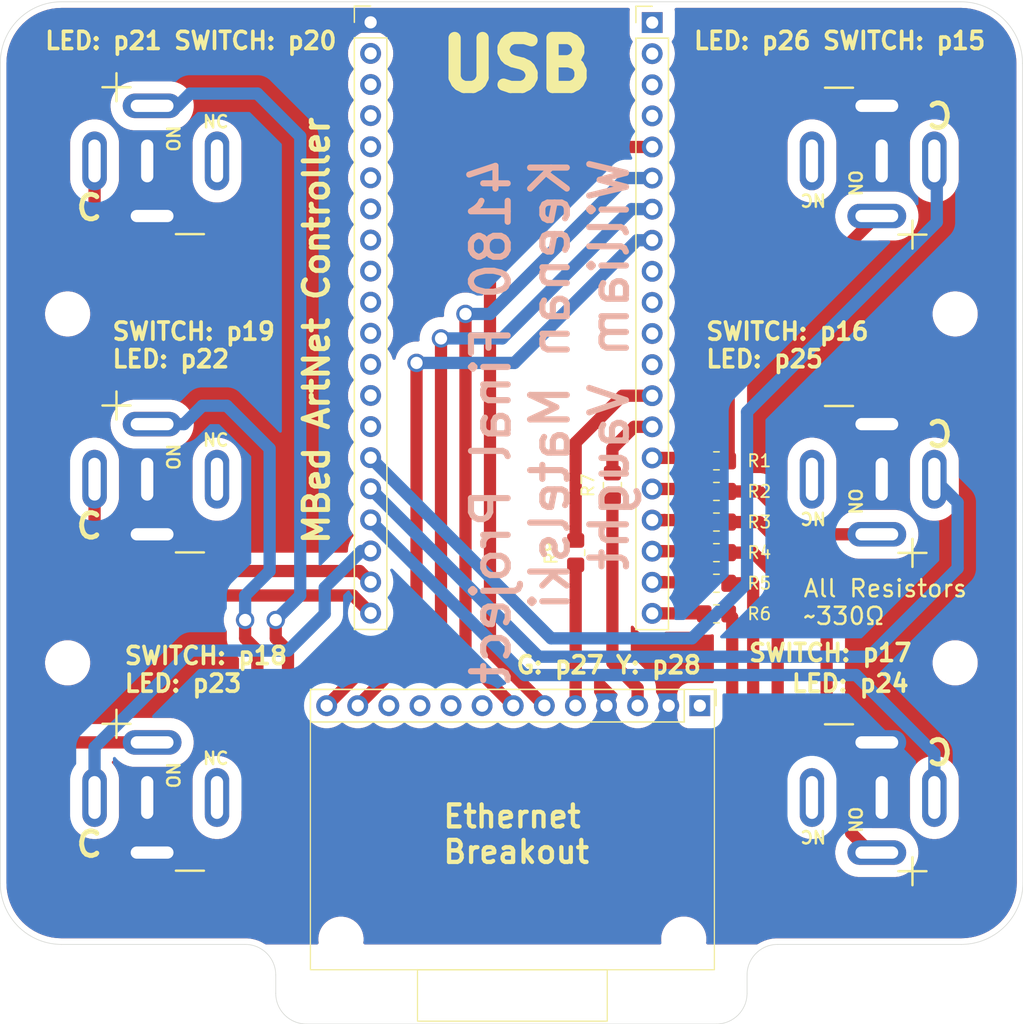
<source format=kicad_pcb>
(kicad_pcb (version 20240108) (generator "pcbnew") (generator_version "8.0")
  (layers (0 "F.Cu" signal) (31 "B.Cu" signal) (34 "B.Paste" user) (35 "F.Paste" user) (36 "B.SilkS" user "B.Silkscreen") (37 "F.SilkS" user "F.Silkscreen") (38 "B.Mask" user) (39 "F.Mask" user) (44 "Edge.Cuts" user))
  (net 0 "")
  (net 3 "Net-(LPC1-sck)")
  (net 4 "Net-(U4-C)")
  (net 5 "Net-(LPC1-mosi-Pad5)")
  (net 6 "Net-(LPC1-tx{slash}sda)")
  (net 7 "Net-(LPC1-scl{slash}rx)")
  (net 8 "Net-(LPC1-RD-)")
  (net 9 "Net-(LPC1-miso-Pad6)")
  (net 10 "Net-(LPC1-miso-Pad12)")
  (net 11 "Net-(LPC1-RD+)")
  (net 12 "Net-(LPC1-TD-)")
  (net 13 "Net-(LPC1-rx)")
  (net 14 "Net-(U1-C)")
  (net 18 "Net-(U5-C)")
  (net 19 "GND")
  (net 20 "Net-(LPC1-Pad8)")
  (net 24 "Net-(LPC1-TD+)")
  (net 25 "Net-(U6-C)")
  (net 27 "Net-(U3-C)")
  (net 29 "Net-(LPC1-sda{slash}tx)")
  (net 31 "Net-(LPC1-tx{slash}sck)")
  (net 32 "Net-(LPC1-rx{slash}scl)")
  (net 33 "Net-(LPC1-mosi-Pad11)")
  (net 34 "Net-(U2-+)")
  (net 35 "Net-(U3-+)")
  (net 36 "Net-(U4-+)")
  (net 37 "Net-(U5-+)")
  (net 38 "Net-(U6-+)")
  (net 39 "Net-(U1-+)")
  (net 51 "Net-(LPC1-Pad24)")
  (net 52 "Net-(LPC1-Pad22)")
  (net 53 "Net-(LPC1-Pad21)")
  (net 54 "Net-(LPC1-Pad25)")
  (net 55 "Net-(LPC1-Pad26)")
  (net 56 "Net-(LPC1-Pad23)")
  (net 57 "Net-(U2-C)")
  (net 58 "Net-(U7-G+)")
  (net 59 "Net-(U7-Y+)")
  (footprint "4180 Library:LED Switch" (layer "F.Cu") (at 32.5 65.5)
    (property "Reference" "U5" (hide yes))
    (property "Value" "~" (hide yes))
    (fp_text user "C" (at -7 5 0) (layer "F.SilkS") (effects (font (size 2 2) (thickness 0.4) (bold yes)) (justify left bottom)))
    (fp_text user "+" (at -5.5 -4.5 0) (layer "F.SilkS") (effects (font (size 3 3) (thickness 0.2)) (justify left bottom)))
    (fp_text user "NC" (at 3.440189 -2.612191 0) (layer "F.SilkS") (effects (font (thickness 0.2) (bold yes)) (justify left bottom)))
    (fp_text user "-" (at 0.5 7.5 0) (layer "F.SilkS") (effects (font (size 3 3) (thickness 0.2)) (justify left bottom)))
    (fp_text user "NO" (at 0.5 -3 -90) (layer "F.SilkS") (effects (font (thickness 0.2) (bold yes)) (justify left bottom)))
    (pad "1" thru_hole oval (at -5.3 0) (size 2 4.8) (drill oval 1 3.5) (layers "*.Cu" "*.Mask") (net 18 "Net-(U5-C)"))
    (pad "2" thru_hole oval (at -1 0) (size 2 4.8) (drill oval 1 3.5) (layers "*.Cu" "*.Mask") (net 19 "GND"))
    (pad "3" thru_hole oval (at 4.7 0) (size 2 4.8) (drill oval 1 3.5) (layers "*.Cu" "*.Mask"))
    (pad "4" thru_hole oval (at -0.6 4.5 270) (size 2 4.8) (drill oval 1 3.5) (layers "*.Cu" "*.Mask") (net 19 "GND"))
    (pad "5" thru_hole oval (at -0.6 -4.5 270) (size 2 4.8) (drill oval 1 3.5) (layers "*.Cu" "*.Mask") (net 37 "Net-(U5-+)"))
  )
  (footprint "4180 Library:LPC1768" (layer "F.Cu") (at 63.75 52.88)
    (property "Reference" "LPC1" (hide yes))
    (property "Value" "LPC1768" (hide yes))
    (fp_line (start -15.33 -26.03) (end -14 -26.03) (stroke (width 0.12)) (layer "F.SilkS"))
    (fp_line (start -15.33 -24.7) (end -15.33 -26.03) (stroke (width 0.12)) (layer "F.SilkS"))
    (fp_line (start -15.33 -23.43) (end -15.33 24.89) (stroke (width 0.12)) (layer "F.SilkS"))
    (fp_line (start -15.33 -23.43) (end -12.67 -23.43) (stroke (width 0.12)) (layer "F.SilkS"))
    (fp_line (start -15.33 24.89) (end -12.67 24.89) (stroke (width 0.12)) (layer "F.SilkS"))
    (fp_line (start -12.67 -23.43) (end -12.67 24.89) (stroke (width 0.12)) (layer "F.SilkS"))
    (fp_line (start 7.67 -26.01) (end 9 -26.01) (stroke (width 0.12)) (layer "F.SilkS"))
    (fp_line (start 7.67 -24.68) (end 7.67 -26.01) (stroke (width 0.12)) (layer "F.SilkS"))
    (fp_line (start 7.67 -23.41) (end 7.67 24.91) (stroke (width 0.12)) (layer "F.SilkS"))
    (fp_line (start 7.67 -23.41) (end 10.33 -23.41) (stroke (width 0.12)) (layer "F.SilkS"))
    (fp_line (start 7.67 24.91) (end 10.33 24.91) (stroke (width 0.12)) (layer "F.SilkS"))
    (fp_line (start 10.33 -23.41) (end 10.33 24.91) (stroke (width 0.12)) (layer "F.SilkS"))
    (fp_text user "USB" (at -8.75 -18.88 0) (layer "F.SilkS") (effects (font (size 4 4) (thickness 1) (bold yes)) (justify left bottom)))
    (pad "1" thru_hole rect (at -14 -24.7) (size 1.7 1.7) (drill 1) (layers "*.Cu" "*.Mask") (net 19 "GND"))
    (pad "2" thru_hole oval (at -14 -22.16) (size 1.7 1.7) (drill 1) (layers "*.Cu" "*.Mask"))
    (pad "3" thru_hole oval (at -14 -19.62) (size 1.7 1.7) (drill 1) (layers "*.Cu" "*.Mask"))
    (pad "4" thru_hole oval (at -14 -17.08) (size 1.7 1.7) (drill 1) (layers "*.Cu" "*.Mask"))
    (pad "5" thru_hole oval (at -14 -14.54) (size 1.7 1.7) (drill 1) (layers "*.Cu" "*.Mask") (net 5 "Net-(LPC1-mosi-Pad5)"))
    (pad "6" thru_hole oval (at -14 -12) (size 1.7 1.7) (drill 1) (layers "*.Cu" "*.Mask") (net 9 "Net-(LPC1-miso-Pad6)"))
    (pad "7" thru_hole oval (at -14 -9.46) (size 1.7 1.7) (drill 1) (layers "*.Cu" "*.Mask") (net 3 "Net-(LPC1-sck)"))
    (pad "8" thru_hole oval (at -14 -6.92) (size 1.7 1.7) (drill 1) (layers "*.Cu" "*.Mask") (net 20 "Net-(LPC1-Pad8)"))
    (pad "9" thru_hole oval (at -14 -4.38) (size 1.7 1.7) (drill 1) (layers "*.Cu" "*.Mask") (net 6 "Net-(LPC1-tx{slash}sda)"))
    (pad "10" thru_hole oval (at -14 -1.84) (size 1.7 1.7) (drill 1) (layers "*.Cu" "*.Mask") (net 32 "Net-(LPC1-rx{slash}scl)"))
    (pad "11" thru_hole oval (at -14 0.7) (size 1.7 1.7) (drill 1) (layers "*.Cu" "*.Mask") (net 33 "Net-(LPC1-mosi-Pad11)"))
    (pad "12" thru_hole oval (at -14 3.24) (size 1.7 1.7) (drill 1) (layers "*.Cu" "*.Mask") (net 10 "Net-(LPC1-miso-Pad12)"))
    (pad "13" thru_hole oval (at -14 5.78) (size 1.7 1.7) (drill 1) (layers "*.Cu" "*.Mask") (net 31 "Net-(LPC1-tx{slash}sck)"))
    (pad "14" thru_hole oval (at -14 8.32) (size 1.7 1.7) (drill 1) (layers "*.Cu" "*.Mask") (net 13 "Net-(LPC1-rx)"))
    (pad "15" thru_hole oval (at -14 10.86) (size 1.7 1.7) (drill 1) (layers "*.Cu" "*.Mask") (net 14 "Net-(U1-C)"))
    (pad "16" thru_hole oval (at -14 13.4) (size 1.7 1.7) (drill 1) (layers "*.Cu" "*.Mask") (net 57 "Net-(U2-C)"))
    (pad "17" thru_hole oval (at -14 15.94) (size 1.7 1.7) (drill 1) (layers "*.Cu" "*.Mask") (net 27 "Net-(U3-C)"))
    (pad "18" thru_hole oval (at -14 18.48) (size 1.7 1.7) (drill 1) (layers "*.Cu" "*.Mask") (net 4 "Net-(U4-C)"))
    (pad "19" thru_hole oval (at -14 21.02) (size 1.7 1.7) (drill 1) (layers "*.Cu" "*.Mask") (net 18 "Net-(U5-C)"))
    (pad "20" thru_hole oval (at -14 23.56) (size 1.7 1.7) (drill 1) (layers "*.Cu" "*.Mask") (net 25 "Net-(U6-C)"))
    (pad "21" thru_hole oval (at 9 23.58) (size 1.7 1.7) (drill 1) (layers "*.Cu" "*.Mask") (net 53 "Net-(LPC1-Pad21)"))
    (pad "22" thru_hole oval (at 9 21.04) (size 1.7 1.7) (drill 1) (layers "*.Cu" "*.Mask") (net 52 "Net-(LPC1-Pad22)"))
    (pad "23" thru_hole oval (at 9 18.5) (size 1.7 1.7) (drill 1) (layers "*.Cu" "*.Mask") (net 56 "Net-(LPC1-Pad23)"))
    (pad "24" thru_hole oval (at 9 15.96) (size 1.7 1.7) (drill 1) (layers "*.Cu" "*.Mask") (net 51 "Net-(LPC1-Pad24)"))
    (pad "25" thru_hole oval (at 9 13.42) (size 1.7 1.7) (drill 1) (layers "*.Cu" "*.Mask") (net 54 "Net-(LPC1-Pad25)"))
    (pad "26" thru_hole oval (at 9 10.88) (size 1.7 1.7) (drill 1) (layers "*.Cu" "*.Mask") (net 55 "Net-(LPC1-Pad26)"))
    (pad "27" thru_hole oval (at 9 8.34) (size 1.7 1.7) (drill 1) (layers "*.Cu" "*.Mask") (net 7 "Net-(LPC1-scl{slash}rx)"))
    (pad "28" thru_hole oval (at 9 5.8) (size 1.7 1.7) (drill 1) (layers "*.Cu" "*.Mask") (net 29 "Net-(LPC1-sda{slash}tx)"))
    (pad "29" thru_hole oval (at 9 3.26) (size 1.7 1.7) (drill 1) (layers "*.Cu" "*.Mask"))
    (pad "30" thru_hole oval (at 9 0.72) (size 1.7 1.7) (drill 1) (layers "*.Cu" "*.Mask"))
    (pad "31" thru_hole oval (at 9 -1.82) (size 1.7 1.7) (drill 1) (layers "*.Cu" "*.Mask"))
    (pad "32" thru_hole oval (at 9 -4.36) (size 1.7 1.7) (drill 1) (layers "*.Cu" "*.Mask"))
    (pad "33" thru_hole oval (at 9 -6.9) (size 1.7 1.7) (drill 1) (layers "*.Cu" "*.Mask") (net 24 "Net-(LPC1-TD+)"))
    (pad "34" thru_hole oval (at 9 -9.44) (size 1.7 1.7) (drill 1) (layers "*.Cu" "*.Mask") (net 12 "Net-(LPC1-TD-)"))
    (pad "35" thru_hole oval (at 9 -11.98) (size 1.7 1.7) (drill 1) (layers "*.Cu" "*.Mask") (net 11 "Net-(LPC1-RD+)"))
    (pad "36" thru_hole oval (at 9 -14.52) (size 1.7 1.7) (drill 1) (layers "*.Cu" "*.Mask") (net 8 "Net-(LPC1-RD-)"))
    (pad "37" thru_hole oval (at 9 -17.06) (size 1.7 1.7) (drill 1) (layers "*.Cu" "*.Mask"))
    (pad "38" thru_hole oval (at 9 -19.6) (size 1.7 1.7) (drill 1) (layers "*.Cu" "*.Mask"))
    (pad "39" thru_hole oval (at 9 -22.14) (size 1.7 1.7) (drill 1) (layers "*.Cu" "*.Mask"))
    (pad "40" thru_hole rect (at 9 -24.68) (size 1.7 1.7) (drill 1) (layers "*.Cu" "*.Mask"))
  )
  (footprint "Resistor_SMD:R_0805_2012Metric_Pad1.20x1.40mm_HandSolder" (layer "F.Cu") (at 69.5 66 -90)
    (property "Reference" "R7" (at 0 2 90) (layer "F.SilkS"))
    (property "Value" "R_US" (hide yes))
    (fp_line (start -0.227064 0.735) (end 0.227064 0.735) (stroke (width 0.12)) (layer "F.SilkS"))
    (fp_line (start -0.227064 -0.735) (end 0.227064 -0.735) (stroke (width 0.12)) (layer "F.SilkS"))
    (pad "1" smd roundrect (at -1 0 270) (size 1.2 1.4) (layers "F.Cu" "F.Paste" "F.Mask") (roundrect_rratio 0.2083333333) (net 7 "Net-(LPC1-scl{slash}rx)"))
    (pad "2" smd roundrect (at 1 0 270) (size 1.2 1.4) (layers "F.Cu" "F.Paste" "F.Mask") (roundrect_rratio 0.2083333333) (net 58 "Net-(U7-G+)"))
  )
  (footprint "4180 Library:LED Switch" (layer "F.Cu") (at 90.5 91.5 180)
    (property "Reference" "U3" (hide yes))
    (property "Value" "~" (hide yes))
    (fp_text user "NC" (at 3.440189 -2.612191 180) (layer "F.SilkS") (effects (font (thickness 0.2) (bold yes)) (justify left bottom)))
    (fp_text user "+" (at -5.5 -4.5 180) (layer "F.SilkS") (effects (font (size 3 3) (thickness 0.2)) (justify left bottom)))
    (fp_text user "NO" (at 0.5 -3 90) (layer "F.SilkS") (effects (font (thickness 0.2) (bold yes)) (justify left bottom)))
    (fp_text user "-" (at 0.5 7.5 180) (layer "F.SilkS") (effects (font (size 3 3) (thickness 0.2)) (justify left bottom)))
    (fp_text user "C" (at -7 5 180) (layer "F.SilkS") (effects (font (size 2 2) (thickness 0.4) (bold yes)) (justify left bottom)))
    (pad "1" thru_hole oval (at -5.3 0 180) (size 2 4.8) (drill oval 1 3.5) (layers "*.Cu" "*.Mask") (net 27 "Net-(U3-C)"))
    (pad "2" thru_hole oval (at -1 0 180) (size 2 4.8) (drill oval 1 3.5) (layers "*.Cu" "*.Mask") (net 19 "GND"))
    (pad "3" thru_hole oval (at 4.7 0 180) (size 2 4.8) (drill oval 1 3.5) (layers "*.Cu" "*.Mask"))
    (pad "4" thru_hole oval (at -0.6 4.5 90) (size 2 4.8) (drill oval 1 3.5) (layers "*.Cu" "*.Mask") (net 19 "GND"))
    (pad "5" thru_hole oval (at -0.6 -4.5 90) (size 2 4.8) (drill oval 1 3.5) (layers "*.Cu" "*.Mask") (net 35 "Net-(U3-+)"))
  )
  (footprint "MountingHole:MountingHole_3.2mm_M3" (layer "F.Cu") (at 25 52)
    (property "Reference" "REF**" (hide yes))
    (property "Value" "MountingHole_3.2mm_M3" (hide yes))
    (pad "" np_thru_hole circle (at 0 0) (size 3.2 3.2) (drill 3.2) (layers "*.Cu" "*.Mask"))
  )
  (footprint "Resistor_SMD:R_0805_2012Metric_Pad1.20x1.40mm_HandSolder" (layer "F.Cu") (at 78 71.5)
    (property "Reference" "R4" (at 3.5 0 0) (layer "F.SilkS"))
    (property "Value" "300" (hide yes))
    (fp_line (start -0.227064 -0.735) (end 0.227064 -0.735) (stroke (width 0.12)) (layer "F.SilkS"))
    (fp_line (start -0.227064 0.735) (end 0.227064 0.735) (stroke (width 0.12)) (layer "F.SilkS"))
    (pad "1" smd roundrect (at -1 0) (size 1.2 1.4) (layers "F.Cu" "F.Paste" "F.Mask") (roundrect_rratio 0.2083333333) (net 56 "Net-(LPC1-Pad23)"))
    (pad "2" smd roundrect (at 1 0) (size 1.2 1.4) (layers "F.Cu" "F.Paste" "F.Mask") (roundrect_rratio 0.2083333333) (net 36 "Net-(U4-+)"))
  )
  (footprint "MountingHole:MountingHole_3.2mm_M3" (layer "F.Cu") (at 25 80.5)
    (property "Reference" "REF**" (hide yes))
    (property "Value" "MountingHole_3.2mm_M3" (hide yes))
    (pad "" np_thru_hole circle (at 0 0) (size 3.2 3.2) (drill 3.2) (layers "*.Cu" "*.Mask"))
  )
  (footprint "Resistor_SMD:R_0805_2012Metric_Pad1.20x1.40mm_HandSolder" (layer "F.Cu") (at 78 66.5)
    (property "Reference" "R2" (at 3.5 0 0) (layer "F.SilkS"))
    (property "Value" "300" (hide yes))
    (fp_line (start -0.227064 -0.735) (end 0.227064 -0.735) (stroke (width 0.12)) (layer "F.SilkS"))
    (fp_line (start -0.227064 0.735) (end 0.227064 0.735) (stroke (width 0.12)) (layer "F.SilkS"))
    (pad "1" smd roundrect (at -1 0) (size 1.2 1.4) (layers "F.Cu" "F.Paste" "F.Mask") (roundrect_rratio 0.2083333333) (net 54 "Net-(LPC1-Pad25)"))
    (pad "2" smd roundrect (at 1 0) (size 1.2 1.4) (layers "F.Cu" "F.Paste" "F.Mask") (roundrect_rratio 0.2083333333) (net 34 "Net-(U2-+)"))
  )
  (footprint "Connector_PinHeader_2.54mm:PinHeader_1x13_P2.54mm_Vertical" (layer "F.Cu") (at 76.64 84 -90)
    (property "Reference" "U7" (hide yes))
    (property "Value" "~" (hide yes))
    (fp_line (start -1.33 31.81) (end 1.33 31.81) (stroke (width 0.12)) (layer "F.SilkS"))
    (fp_line (start -1.33 1.27) (end -1.33 31.81) (stroke (width 0.12)) (layer "F.SilkS"))
    (fp_line (start -1.33 1.27) (end 1.33 1.27) (stroke (width 0.12)) (layer "F.SilkS"))
    (fp_line (start 1.33 1.27) (end 1.33 31.81) (stroke (width 0.12)) (layer "F.SilkS"))
    (fp_line (start -1.33 0) (end -1.33 -1.33) (stroke (width 0.12)) (layer "F.SilkS"))
    (fp_line (start -1.33 -1.33) (end 0 -1.33) (stroke (width 0.12)) (layer "F.SilkS"))
    (pad "1" thru_hole rect (at 0 0 270) (size 1.7 1.7) (drill 1) (layers "*.Cu" "*.Mask"))
    (pad "2" thru_hole oval (at 0 2.54 270) (size 1.7 1.7) (drill 1) (layers "*.Cu" "*.Mask") (net 19 "GND"))
    (pad "3" thru_hole oval (at 0 5.08 270) (size 1.7 1.7) (drill 1) (layers "*.Cu" "*.Mask") (net 58 "Net-(U7-G+)"))
    (pad "4" thru_hole oval (at 0 7.62 270) (size 1.7 1.7) (drill 1) (layers "*.Cu" "*.Mask") (net 19 "GND"))
    (pad "5" thru_hole oval (at 0 10.16 270) (size 1.7 1.7) (drill 1) (layers "*.Cu" "*.Mask") (net 59 "Net-(U7-Y+)"))
    (pad "6" thru_hole oval (at 0 12.7 270) (size 1.7 1.7) (drill 1) (layers "*.Cu" "*.Mask") (net 8 "Net-(LPC1-RD-)"))
    (pad "7" thru_hole oval (at 0 15.24 270) (size 1.7 1.7) (drill 1) (layers "*.Cu" "*.Mask") (net 11 "Net-(LPC1-RD+)"))
    (pad "8" thru_hole oval (at 0 17.78 270) (size 1.7 1.7) (drill 1) (layers "*.Cu" "*.Mask"))
    (pad "9" thru_hole oval (at 0 20.32 270) (size 1.7 1.7) (drill 1) (layers "*.Cu" "*.Mask"))
    (pad "10" thru_hole oval (at 0 22.86 270) (size 1.7 1.7) (drill 1) (layers "*.Cu" "*.Mask"))
    (pad "11" thru_hole oval (at 0 25.4 270) (size 1.7 1.7) (drill 1) (layers "*.Cu" "*.Mask"))
    (pad "12" thru_hole oval (at 0 27.94 270) (size 1.7 1.7) (drill 1) (layers "*.Cu" "*.Mask") (net 12 "Net-(LPC1-TD-)"))
    (pad "13" thru_hole oval (at 0 30.48 270) (size 1.7 1.7) (drill 1) (layers "*.Cu" "*.Mask") (net 24 "Net-(LPC1-TD+)"))
  )
  (footprint "MountingHole:MountingHole_3.2mm_M3" (layer "F.Cu") (at 97.5 80.5)
    (property "Reference" "REF**" (hide yes))
    (property "Value" "MountingHole_3.2mm_M3" (hide yes))
    (pad "" np_thru_hole circle (at 0 0) (size 3.2 3.2) (drill 3.2) (layers "*.Cu" "*.Mask"))
  )
  (footprint "4180 Library:LED Switch" (layer "F.Cu") (at 32.5 91.5)
    (property "Reference" "U4" (hide yes))
    (property "Value" "~" (hide yes))
    (fp_text user "C" (at -7 5 0) (layer "F.SilkS") (effects (font (size 2 2) (thickness 0.4) (bold yes)) (justify left bottom)))
    (fp_text user "-" (at 0.5 7.5 0) (layer "F.SilkS") (effects (font (size 3 3) (thickness 0.2)) (justify left bottom)))
    (fp_text user "NC" (at 3.440189 -2.612191 0) (layer "F.SilkS") (effects (font (thickness 0.2) (bold yes)) (justify left bottom)))
    (fp_text user "NO" (at 0.5 -3 -90) (layer "F.SilkS") (effects (font (thickness 0.2) (bold yes)) (justify left bottom)))
    (fp_text user "+" (at -5.5 -4.5 0) (layer "F.SilkS") (effects (font (size 3 3) (thickness 0.2)) (justify left bottom)))
    (pad "1" thru_hole oval (at -5.3 0) (size 2 4.8) (drill oval 1 3.5) (layers "*.Cu" "*.Mask") (net 4 "Net-(U4-C)"))
    (pad "2" thru_hole oval (at -1 0) (size 2 4.8) (drill oval 1 3.5) (layers "*.Cu" "*.Mask") (net 19 "GND"))
    (pad "3" thru_hole oval (at 4.7 0) (size 2 4.8) (drill oval 1 3.5) (layers "*.Cu" "*.Mask"))
    (pad "4" thru_hole oval (at -0.6 4.5 270) (size 2 4.8) (drill oval 1 3.5) (layers "*.Cu" "*.Mask") (net 19 "GND"))
    (pad "5" thru_hole oval (at -0.6 -4.5 270) (size 2 4.8) (drill oval 1 3.5) (layers "*.Cu" "*.Mask") (net 36 "Net-(U4-+)"))
  )
  (footprint "Resistor_SMD:R_0805_2012Metric_Pad1.20x1.40mm_HandSolder" (layer "F.Cu") (at 66.5 71.5 -90)
    (property "Reference" "R8" (at 0 2 90) (layer "F.SilkS"))
    (property "Value" "R_US" (hide yes))
    (fp_line (start -0.227064 0.735) (end 0.227064 0.735) (stroke (width 0.12)) (layer "F.SilkS"))
    (fp_line (start -0.227064 -0.735) (end 0.227064 -0.735) (stroke (width 0.12)) (layer "F.SilkS"))
    (pad "1" smd roundrect (at -1 0 270) (size 1.2 1.4) (layers "F.Cu" "F.Paste" "F.Mask") (roundrect_rratio 0.2083333333) (net 29 "Net-(LPC1-sda{slash}tx)"))
    (pad "2" smd roundrect (at 1 0 270) (size 1.2 1.4) (layers "F.Cu" "F.Paste" "F.Mask") (roundrect_rratio 0.2083333333) (net 59 "Net-(U7-Y+)"))
  )
  (footprint "MountingHole:MountingHole_3.2mm_M3" (layer "F.Cu") (at 47.328048 103.077455)
    (property "Reference" "REF**" (hide yes))
    (property "Value" "MountingHole_3.2mm_M3" (hide yes))
    (pad "" np_thru_hole circle (at 0 0) (size 3.2 3.2) (drill 3.2) (layers "*.Cu" "*.Mask"))
  )
  (footprint "4180 Library:LED Switch" (layer "F.Cu") (at 90.5 39.5 180)
    (property "Reference" "U1" (hide yes))
    (property "Value" "~" (hide yes))
    (fp_text user "+" (at -5.5 -4.5 180) (layer "F.SilkS") (effects (font (size 3 3) (thickness 0.2)) (justify left bottom)))
    (fp_text user "-" (at 0.5 7.5 180) (layer "F.SilkS") (effects (font (size 3 3) (thickness 0.2)) (justify left bottom)))
    (fp_text user "C" (at -7 5 180) (layer "F.SilkS") (effects (font (size 2 2) (thickness 0.4) (bold yes)) (justify left bottom)))
    (fp_text user "NC" (at 3.440189 -2.612191 180) (layer "F.SilkS") (effects (font (thickness 0.2) (bold yes)) (justify left bottom)))
    (fp_text user "NO" (at 0.5 -3 90) (layer "F.SilkS") (effects (font (thickness 0.2) (bold yes)) (justify left bottom)))
    (pad "1" thru_hole oval (at -5.3 0 180) (size 2 4.8) (drill oval 1 3.5) (layers "*.Cu" "*.Mask") (net 14 "Net-(U1-C)"))
    (pad "2" thru_hole oval (at -1 0 180) (size 2 4.8) (drill oval 1 3.5) (layers "*.Cu" "*.Mask") (net 19 "GND"))
    (pad "3" thru_hole oval (at 4.7 0 180) (size 2 4.8) (drill oval 1 3.5) (layers "*.Cu" "*.Mask"))
    (pad "4" thru_hole oval (at -0.6 4.5 90) (size 2 4.8) (drill oval 1 3.5) (layers "*.Cu" "*.Mask") (net 19 "GND"))
    (pad "5" thru_hole oval (at -0.6 -4.5 90) (size 2 4.8) (drill oval 1 3.5) (layers "*.Cu" "*.Mask") (net 39 "Net-(U1-+)"))
  )
  (footprint "Resistor_SMD:R_0805_2012Metric_Pad1.20x1.40mm_HandSolder" (layer "F.Cu") (at 78 64)
    (property "Reference" "R1" (at 3.5 0 0) (layer "F.SilkS"))
    (property "Value" "300" (hide yes))
    (fp_line (start -0.227064 -0.735) (end 0.227064 -0.735) (stroke (width 0.12)) (layer "F.SilkS"))
    (fp_line (start -0.227064 0.735) (end 0.227064 0.735) (stroke (width 0.12)) (layer "F.SilkS"))
    (pad "1" smd roundrect (at -1 0) (size 1.2 1.4) (layers "F.Cu" "F.Paste" "F.Mask") (roundrect_rratio 0.2083333333) (net 55 "Net-(LPC1-Pad26)"))
    (pad "2" smd roundrect (at 1 0) (size 1.2 1.4) (layers "F.Cu" "F.Paste" "F.Mask") (roundrect_rratio 0.2083333333) (net 39 "Net-(U1-+)"))
  )
  (footprint "Resistor_SMD:R_0805_2012Metric_Pad1.20x1.40mm_HandSolder" (layer "F.Cu") (at 78 76.5)
    (property "Reference" "R6" (at 3.5 0 0) (layer "F.SilkS"))
    (property "Value" "300" (hide yes))
    (fp_line (start -0.227064 -0.735) (end 0.227064 -0.735) (stroke (width 0.12)) (layer "F.SilkS"))
    (fp_line (start -0.227064 0.735) (end 0.227064 0.735) (stroke (width 0.12)) (layer "F.SilkS"))
    (pad "1" smd roundrect (at -1 0) (size 1.2 1.4) (layers "F.Cu" "F.Paste" "F.Mask") (roundrect_rratio 0.2083333333) (net 53 "Net-(LPC1-Pad21)"))
    (pad "2" smd roundrect (at 1 0) (size 1.2 1.4) (layers "F.Cu" "F.Paste" "F.Mask") (roundrect_rratio 0.2083333333) (net 38 "Net-(U6-+)"))
  )
  (footprint "Resistor_SMD:R_0805_2012Metric_Pad1.20x1.40mm_HandSolder" (layer "F.Cu") (at 78 69 180)
    (property "Reference" "R3" (at -3.5 0 180) (layer "F.SilkS"))
    (property "Value" "300" (hide yes))
    (fp_line (start -0.227064 0.735) (end 0.227064 0.735) (stroke (width 0.12)) (layer "F.SilkS"))
    (fp_line (start -0.227064 -0.735) (end 0.227064 -0.735) (stroke (width 0.12)) (layer "F.SilkS"))
    (pad "1" smd roundrect (at -1 0 180) (size 1.2 1.4) (layers "F.Cu" "F.Paste" "F.Mask") (roundrect_rratio 0.2083333333) (net 35 "Net-(U3-+)"))
    (pad "2" smd roundrect (at 1 0 180) (size 1.2 1.4) (layers "F.Cu" "F.Paste" "F.Mask") (roundrect_rratio 0.2083333333) (net 51 "Net-(LPC1-Pad24)"))
  )
  (footprint "Resistor_SMD:R_0805_2012Metric_Pad1.20x1.40mm_HandSolder" (layer "F.Cu") (at 78 74)
    (property "Reference" "R5" (at 3.5 0 0) (layer "F.SilkS"))
    (property "Value" "300" (hide yes))
    (fp_line (start -0.227064 -0.735) (end 0.227064 -0.735) (stroke (width 0.12)) (layer "F.SilkS"))
    (fp_line (start -0.227064 0.735) (end 0.227064 0.735) (stroke (width 0.12)) (layer "F.SilkS"))
    (pad "1" smd roundrect (at -1 0) (size 1.2 1.4) (layers "F.Cu" "F.Paste" "F.Mask") (roundrect_rratio 0.2083333333) (net 52 "Net-(LPC1-Pad22)"))
    (pad "2" smd roundrect (at 1 0) (size 1.2 1.4) (layers "F.Cu" "F.Paste" "F.Mask") (roundrect_rratio 0.2083333333) (net 37 "Net-(U5-+)"))
  )
  (footprint "4180 Library:LED Switch" (layer "F.Cu") (at 32.5 39.5)
    (property "Reference" "U6" (hide yes))
    (property "Value" "~" (hide yes))
    (fp_text user "NC" (at 3.440189 -2.612191 0) (layer "F.SilkS") (effects (font (thickness 0.2) (bold yes)) (justify left bottom)))
    (fp_text user "C" (at -7 5 0) (layer "F.SilkS") (effects (font (size 2 2) (thickness 0.4) (bold yes)) (justify left bottom)))
    (fp_text user "+" (at -5.5 -4.5 0) (layer "F.SilkS") (effects (font (size 3 3) (thickness 0.2)) (justify left bottom)))
    (fp_text user "-" (at 0.5 7.5 0) (layer "F.SilkS") (effects (font (size 3 3) (thickness 0.2)) (justify left bottom)))
    (fp_text user "NO" (at 0.5 -3 -90) (layer "F.SilkS") (effects (font (thickness 0.2) (bold yes)) (justify left bottom)))
    (pad "1" thru_hole oval (at -5.3 0) (size 2 4.8) (drill oval 1 3.5) (layers "*.Cu" "*.Mask") (net 25 "Net-(U6-C)"))
    (pad "2" thru_hole oval (at -1 0) (size 2 4.8) (drill oval 1 3.5) (layers "*.Cu" "*.Mask") (net 19 "GND"))
    (pad "3" thru_hole oval (at 4.7 0) (size 2 4.8) (drill oval 1 3.5) (layers "*.Cu" "*.Mask"))
    (pad "4" thru_hole oval (at -0.6 4.5 270) (size 2 4.8) (drill oval 1 3.5) (layers "*.Cu" "*.Mask") (net 19 "GND"))
    (pad "5" thru_hole oval (at -0.6 -4.5 270) (size 2 4.8) (drill oval 1 3.5) (layers "*.Cu" "*.Mask") (net 38 "Net-(U6-+)"))
  )
  (footprint "4180 Library:LED Switch" (layer "F.Cu") (at 90.5 65.5 180)
    (property "Reference" "U2" (hide yes))
    (property "Value" "~" (hide yes))
    (fp_text user "C" (at -7 5 180) (layer "F.SilkS") (effects (font (size 2 2) (thickness 0.4) (bold yes)) (justify left bottom)))
    (fp_text user "NO" (at 0.5 -3 90) (layer "F.SilkS") (effects (font (thickness 0.2) (bold yes)) (justify left bottom)))
    (fp_text user "NC" (at 3.440189 -2.612191 180) (layer "F.SilkS") (effects (font (thickness 0.2) (bold yes)) (justify left bottom)))
    (fp_text user "-" (at 0.5 7.5 180) (layer "F.SilkS") (effects (font (size 3 3) (thickness 0.2)) (justify left bottom)))
    (fp_text user "+" (at -5.5 -4.5 180) (layer "F.SilkS") (effects (font (size 3 3) (thickness 0.2)) (justify left bottom)))
    (pad "1" thru_hole oval (at -5.3 0 180) (size 2 4.8) (drill oval 1 3.5) (layers "*.Cu" "*.Mask") (net 57 "Net-(U2-C)"))
    (pad "2" thru_hole oval (at -1 0 180) (size 2 4.8) (drill oval 1 3.5) (layers "*.Cu" "*.Mask") (net 19 "GND"))
    (pad "3" thru_hole oval (at 4.7 0 180) (size 2 4.8) (drill oval 1 3.5) (layers "*.Cu" "*.Mask"))
    (pad "4" thru_hole oval (at -0.6 4.5 90) (size 2 4.8) (drill oval 1 3.5) (layers "*.Cu" "*.Mask") (net 19 "GND"))
    (pad "5" thru_hole oval (at -0.6 -4.5 90) (size 2 4.8) (drill oval 1 3.5) (layers "*.Cu" "*.Mask") (net 34 "Net-(U2-+)"))
  )
  (footprint "MountingHole:MountingHole_3.2mm_M3" (layer "F.Cu") (at 97.5 52)
    (property "Reference" "REF**" (hide yes))
    (property "Value" "MountingHole_3.2mm_M3" (hide yes))
    (pad "" np_thru_hole circle (at 0 0) (size 3.2 3.2) (drill 3.2) (layers "*.Cu" "*.Mask"))
  )
  (footprint "MountingHole:MountingHole_3.2mm_M3" (layer "F.Cu") (at 75.33 103.07)
    (property "Reference" "REF**" (hide yes))
    (property "Value" "MountingHole_3.2mm_M3" (hide yes))
    (pad "" np_thru_hole circle (at 0 0) (size 3.2 3.2) (drill 3.2) (layers "*.Cu" "*.Mask"))
  )
  (gr_rect (start 44.83 82.67) (end 77.83 105.57) (stroke (width 0.1)) (fill none) (layer "F.SilkS"))
  (gr_rect (start 53.58 105.57) (end 69.08 109.77) (stroke (width 0.1)) (fill none) (layer "F.SilkS"))
  (gr_arc (start 80.5 106) (mid 81.232233 104.232233) (end 83 103.5) (stroke (width 0.05)) (layer "Edge.Cuts"))
  (gr_arc (start 103.035534 98.464466) (mid 101.56066 102.025126) (end 98 103.5) (stroke (width 0.05)) (layer "Edge.Cuts"))
  (gr_arc (start 44.5 110) (mid 42.732233 109.267767) (end 42 107.5) (stroke (width 0.05)) (layer "Edge.Cuts"))
  (gr_line (start 24.5 103.5) (end 39.5 103.5) (stroke (width 0.05)) (layer "Edge.Cuts"))
  (gr_line (start 80.5 107.5) (end 80.5 106) (stroke (width 0.05)) (layer "Edge.Cuts"))
  (gr_line (start 42 106) (end 42 107.5) (stroke (width 0.05)) (layer "Edge.Cuts"))
  (gr_line (start 24.5 26.5) (end 98 26.5) (stroke (width 0.05)) (layer "Edge.Cuts"))
  (gr_arc (start 39.5 103.5) (mid 41.267767 104.232233) (end 42 106) (stroke (width 0.05)) (layer "Edge.Cuts"))
  (gr_line (start 103.000125 31.535534) (end 103.035534 98.464466) (stroke (width 0.05)) (layer "Edge.Cuts"))
  (gr_line (start 19.5 98.5) (end 19.5 31.5) (stroke (width 0.05)) (layer "Edge.Cuts"))
  (gr_arc (start 98 26.5) (mid 101.537756 27.987371) (end 103.000125 31.535534) (stroke (width 0.05)) (layer "Edge.Cuts"))
  (gr_line (start 44.5 110) (end 78 110) (stroke (width 0.05)) (layer "Edge.Cuts"))
  (gr_arc (start 24.5 103.5) (mid 20.964466 102.035534) (end 19.5 98.5) (stroke (width 0.05)) (layer "Edge.Cuts"))
  (gr_arc (start 80.5 107.5) (mid 79.767767 109.267767) (end 78 110) (stroke (width 0.05)) (layer "Edge.Cuts"))
  (gr_line (start 83 103.5) (end 98 103.5) (stroke (width 0.05)) (layer "Edge.Cuts"))
  (gr_arc (start 19.5 31.5) (mid 20.964466 27.964466) (end 24.5 26.5) (stroke (width 0.05)) (layer "Edge.Cuts"))
  (gr_text "4180 Final Project\nKeenan Matelski\nWilliam Vaught" (at 71 39 90) (layer "B.SilkS") (effects (font (size 3 3) (thickness 0.5) (bold yes)) (justify left bottom mirror)))
  (gr_text "SWITCH: p19\nLED: p22" (at 28.5 56.5 0) (layer "F.SilkS") (effects (font (size 1.4 1.4) (thickness 0.3) (bold yes)) (justify left bottom)))
  (gr_text "LED: p24" (at 84 83 0) (layer "F.SilkS") (effects (font (size 1.4 1.4) (thickness 0.3) (bold yes)) (justify left bottom)))
  (gr_text "G: p27 Y: p28" (at 61.5 81.5 0) (layer "F.SilkS") (effects (font (size 1.4 1.4) (thickness 0.3) (bold yes)) (justify left bottom)))
  (gr_text "SWITCH: p17" (at 80.5 80.5 0) (layer "F.SilkS") (effects (font (size 1.4 1.4) (thickness 0.3) (bold yes)) (justify left bottom)))
  (gr_text "SWITCH: p16\nLED: p25" (at 77 56.5 0) (layer "F.SilkS") (effects (font (size 1.4 1.4) (thickness 0.3) (bold yes)) (justify left bottom)))
  (gr_text "LED: p21 SWITCH: p20" (at 23 30.5 0) (layer "F.SilkS") (effects (font (size 1.4 1.4) (thickness 0.3) (bold yes)) (justify left bottom)))
  (gr_text "All Resistors\n~330Ω" (at 85 77.5 0) (layer "F.SilkS") (effects (font (size 1.4 1.4) (thickness 0.2)) (justify left bottom)))
  (gr_text "MBed ArtNet Controller" (at 46.5 71 90) (layer "F.SilkS") (effects (font (size 2 2) (thickness 0.4) (bold yes)) (justify left bottom)))
  (gr_text "LED: p26 SWITCH: p15" (at 76 30.5 0) (layer "F.SilkS") (effects (font (size 1.4 1.4) (thickness 0.3) (bold yes)) (justify left bottom)))
  (gr_text "Ethernet\nBreakout" (at 55.5 97 0) (layer "F.SilkS") (effects (font (size 1.8 1.8) (thickness 0.35) (bold yes)) (justify left bottom)))
  (gr_text "SWITCH: p18\nLED: p23" (at 29.5 83 0) (layer "F.SilkS") (effects (font (size 1.4 1.4) (thickness 0.3) (bold yes)) (justify left bottom)))
  (segment (start 49.35 71.35) (end 49.25 71.35) (width 1) (layer "B.Cu") (net 4))
  (segment (start 49 71.36) (end 49.75 71.36) (width 1) (layer "B.Cu") (net 4))
  (segment (start 35.1 79.5) (end 43 79.5) (width 1) (layer "B.Cu") (net 4))
  (segment (start 43 79.5) (end 46 76.5) (width 1) (layer "B.Cu") (net 4))
  (segment (start 27.2 90.8) (end 27.2 87.4) (width 1) (layer "B.Cu") (net 4))
  (segment (start 46 76.5) (end 46 74.36) (width 1) (layer "B.Cu") (net 4))
  (segment (start 46 74.36) (end 49 71.36) (width 1) (layer "B.Cu") (net 4))
  (segment (start 27.2 87.4) (end 35.1 79.5) (width 1) (layer "B.Cu") (net 4))
  (segment (start 69.5 63) (end 69.5 65) (width 1) (layer "F.Cu") (net 7))
  (segment (start 69.5 63) (end 71.28 61.22) (width 1) (layer "F.Cu") (net 7))
  (segment (start 71.28 61.22) (end 72.78 61.22) (width 1) (layer "F.Cu") (net 7))
  (segment (start 69.64 38.36) (end 72.75 38.36) (width 1) (layer "F.Cu") (net 8))
  (segment (start 63.94 84) (end 59.5 79.56) (width 1) (layer "F.Cu") (net 8))
  (segment (start 59.5 48.5) (end 69.64 38.36) (width 1) (layer "F.Cu") (net 8))
  (segment (start 59.5 79.56) (end 59.5 48.5) (width 1) (layer "F.Cu") (net 8))
  (segment (start 57.5 80.1) (end 61.4 84) (width 1) (layer "F.Cu") (net 11))
  (segment (start 57.5 52) (end 57.5 80.1) (width 1) (layer "F.Cu") (net 11))
  (via (at 57.5 52) (size 1.5) (drill 1) (layers "F.Cu" "B.Cu") (net 11))
  (segment (start 57.5 52) (end 59.5 52) (width 1) (layer "B.Cu") (net 11))
  (segment (start 59.5 52) (end 70.6 40.9) (width 1) (layer "B.Cu") (net 11))
  (segment (start 70.6 40.9) (end 72.75 40.9) (width 1) (layer "B.Cu") (net 11))
  (segment (start 55.5 54) (end 55.5 77.2) (width 1) (layer "F.Cu") (net 12))
  (segment (start 55.5 77.2) (end 48.7 84) (width 1) (layer "F.Cu") (net 12))
  (via (at 55.5 54) (size 1.5) (drill 1) (layers "F.Cu" "B.Cu") (net 12))
  (segment (start 55.5 54) (end 60.5 54) (width 1) (layer "B.Cu") (net 12))
  (segment (start 71.06 43.44) (end 72.75 43.44) (width 1) (layer "B.Cu") (net 12))
  (segment (start 60.5 54) (end 71.06 43.44) (width 1) (layer "B.Cu") (net 12))
  (segment (start 96 40.5) (end 96 44.5) (width 1) (layer "B.Cu") (net 14))
  (segment (start 76 78.5) (end 64.5 78.5) (width 1) (layer "B.Cu") (net 14))
  (segment (start 80.5 74) (end 76 78.5) (width 1) (layer "B.Cu") (net 14))
  (segment (start 80.5 60) (end 80.5 74) (width 1) (layer "B.Cu") (net 14))
  (segment (start 96 44.5) (end 80.5 60) (width 1) (layer "B.Cu") (net 14))
  (segment (start 64.5 78.5) (end 49.74 63.74) (width 1) (layer "B.Cu") (net 14))
  (segment (start 27.2 65.5) (end 27.2 69.104163) (width 1) (layer "F.Cu") (net 18))
  (segment (start 27.2 69.104163) (end 31.095837 73) (width 1) (layer "F.Cu") (net 18))
  (segment (start 48.85 73) (end 49.75 73.9) (width 1) (layer "F.Cu") (net 18))
  (segment (start 31.095837 73) (end 48.85 73) (width 1) (layer "F.Cu") (net 18))
  (segment (start 53.5 56) (end 53.5 76.66) (width 1) (layer "F.Cu") (net 24))
  (segment (start 53.5 76.66) (end 46.16 84) (width 1) (layer "F.Cu") (net 24))
  (via (at 53.5 56) (size 1.5) (drill 1) (layers "F.Cu" "B.Cu") (net 24))
  (segment (start 53.5 56) (end 61.5 56) (width 1) (layer "B.Cu") (net 24))
  (segment (start 61.5 56) (end 71.52 45.98) (width 1) (layer "B.Cu") (net 24))
  (segment (start 71.52 45.98) (end 72.75 45.98) (width 1) (layer "B.Cu") (net 24))
  (segment (start 24 69.5) (end 29.5 75) (width 1) (layer "F.Cu") (net 25))
  (segment (start 27.2 46.2) (end 29.5 48.5) (width 1) (layer "F.Cu") (net 25))
  (segment (start 29.5 75) (end 48.31 75) (width 1) (layer "F.Cu") (net 25))
  (segment (start 48.31 75) (end 49.75 76.44) (width 1) (layer "F.Cu") (net 25))
  (segment (start 29.5 48.5) (end 29.5 54.5) (width 1) (layer "F.Cu") (net 25))
  (segment (start 24 60) (end 24 69.5) (width 1) (layer "F.Cu") (net 25))
  (segment (start 29.5 54.5) (end 24 60) (width 1) (layer "F.Cu") (net 25))
  (segment (start 27.2 40.2) (end 27.2 46.2) (width 1) (layer "F.Cu") (net 25))
  (segment (start 89.404163 81.5) (end 62.34 81.5) (width 1) (layer "B.Cu") (net 27))
  (segment (start 62.34 81.5) (end 49.66 68.82) (width 1) (layer "B.Cu") (net 27))
  (segment (start 95.8 87.895837) (end 89.404163 81.5) (width 1) (layer "B.Cu") (net 27))
  (segment (start 95.8 91.5) (end 95.8 87.895837) (width 1) (layer "B.Cu") (net 27))
  (segment (start 70.32 58.68) (end 72.75 58.68) (width 1) (layer "F.Cu") (net 29))
  (segment (start 66.48 62.52) (end 70.32 58.68) (width 1) (layer "F.Cu") (net 29))
  (segment (start 66.5 62.54) (end 66.5 70.5) (width 1) (layer "F.Cu") (net 29))
  (segment (start 66.48 62.52) (end 66.5 62.54) (width 1) (layer "F.Cu") (net 29))
  (segment (start 81.5 66.5) (end 85 70) (width 1) (layer "F.Cu") (net 34))
  (segment (start 85 70) (end 91.1 70) (width 1) (layer "F.Cu") (net 34))
  (segment (start 79 66.5) (end 81.5 66.5) (width 1) (layer "F.Cu") (net 34))
  (segment (start 79 69) (end 81.5 69) (width 1) (layer "F.Cu") (net 35))
  (segment (start 81.5 69) (end 87 74.5) (width 1) (layer "F.Cu") (net 35))
  (segment (start 87 87.5) (end 89 89.5) (width 1) (layer "F.Cu") (net 35))
  (segment (start 89 89.5) (end 89 94.4) (width 1) (layer "F.Cu") (net 35))
  (segment (start 87 74.5) (end 87 87.5) (width 1) (layer "F.Cu") (net 35))
  (segment (start 89 94.4) (end 90.6 96) (width 1) (layer "F.Cu") (net 35))
  (segment (start 24 95.5) (end 24 88.5) (width 1) (layer "F.Cu") (net 36))
  (segment (start 81 71.5) (end 83 73.5) (width 1) (layer "F.Cu") (net 36))
  (segment (start 83 73.5) (end 83 94.5) (width 1) (layer "F.Cu") (net 36))
  (segment (start 25.5 87) (end 31.9 87) (width 1) (layer "F.Cu") (net 36))
  (segment (start 79 71.5) (end 81 71.5) (width 1) (layer "F.Cu") (net 36))
  (segment (start 79 98.5) (end 27 98.5) (width 1) (layer "F.Cu") (net 36))
  (segment (start 27 98.5) (end 24 95.5) (width 1) (layer "F.Cu") (net 36))
  (segment (start 83 94.5) (end 79 98.5) (width 1) (layer "F.Cu") (net 36))
  (segment (start 24 88.5) (end 25.5 87) (width 1) (layer "F.Cu") (net 36))
  (segment (start 81 93.15701) (end 78.15701 96) (width 1) (layer "F.Cu") (net 37))
  (segment (start 40.5 91.5) (end 40.5 79.5) (width 1) (layer "F.Cu") (net 37))
  (segment (start 81 74) (end 81 93.15701) (width 1) (layer "F.Cu") (net 37))
  (segment (start 39.5 78.5) (end 39.5 77) (width 1) (layer "F.Cu") (net 37))
  (segment (start 40.5 79.5) (end 39.5 78.5) (width 1) (layer "F.Cu") (net 37))
  (segment (start 45 96) (end 40.5 91.5) (width 1) (layer "F.Cu") (net 37))
  (segment (start 78.15701 96) (end 45 96) (width 1) (layer "F.Cu") (net 37))
  (segment (start 79 74) (end 81 74) (width 1) (layer "F.Cu") (net 37))
  (via (at 39.5 77) (size 1.5) (drill 1) (layers "F.Cu" "B.Cu") (net 37))
  (segment (start 41.5 73) (end 41.5 63) (width 1) (layer "B.Cu") (net 37))
  (segment (start 39.5 77) (end 39.5 75) (width 1) (layer "B.Cu") (net 37))
  (segment (start 41.5 63) (end 38 59.5) (width 1) (layer "B.Cu") (net 37))
  (segment (start 36 59.5) (end 34.5 61) (width 1) (layer "B.Cu") (net 37))
  (segment (start 34.5 61) (end 31.9 61) (width 1) (layer "B.Cu") (net 37))
  (segment (start 38 59.5) (end 36 59.5) (width 1) (layer "B.Cu") (net 37))
  (segment (start 39.5 75) (end 41.5 73) (width 1) (layer "B.Cu") (net 37))
  (segment (start 45.5 93.5) (end 43 91) (width 1) (layer "F.Cu") (net 38))
  (segment (start 43 91) (end 43 79.5) (width 1) (layer "F.Cu") (net 38))
  (segment (start 79.289019 91.460981) (end 77.25 93.5) (width 1) (layer "F.Cu") (net 38))
  (segment (start 42 78.5) (end 42 77) (width 1) (layer "F.Cu") (net 38))
  (segment (start 77.25 93.5) (end 45.5 93.5) (width 1) (layer "F.Cu") (net 38))
  (segment (start 43 79.5) (end 42 78.5) (width 1) (layer "F.Cu") (net 38))
  (segment (start 79 76.5) (end 79.289019 76.789019) (width 1) (layer "F.Cu") (net 38))
  (segment (start 79.289019 76.789019) (end 79.289019 91.460981) (width 1) (layer "F.Cu") (net 38))
  (via (at 42 77) (size 1.5) (drill 1) (layers "F.Cu" "B.Cu") (net 38))
  (segment (start 44 75) (end 44 37.5) (width 1) (layer "B.Cu") (net 38))
  (segment (start 42 77) (end 44 75) (width 1) (layer "B.Cu") (net 38))
  (segment (start 40.5 34) (end 35 34) (width 1) (layer "B.Cu") (net 38))
  (segment (start 44 37.5) (end 40.5 34) (width 1) (layer "B.Cu") (net 38))
  (segment (start 35 34) (end 34 35) (width 1) (layer "B.Cu") (net 38))
  (segment (start 34 35) (end 31.9 35) (width 1) (layer "B.Cu") (net 38))
  (segment (start 79 56.1) (end 91.1 44) (width 1) (layer "F.Cu") (net 39))
  (segment (start 79 64) (end 79 56.1) (width 1) (layer "F.Cu") (net 39))
  (segment (start 73.74 68.84) (end 73.75 68.83) (width 1) (layer "F.Cu") (net 51))
  (segment (start 73.5 68.84) (end 76.84 68.84) (width 1) (layer "F.Cu") (net 51))
  (segment (start 76.84 68.84) (end 77 69) (width 1) (layer "F.Cu") (net 51))
  (segment (start 72.75 68.84) (end 73.74 68.84) (width 1) (layer "F.Cu") (net 51))
  (segment (start 72.75 73.92) (end 73.74 73.92) (width 1) (layer "F.Cu") (net 52))
  (segment (start 73.74 73.92) (end 73.75 73.91) (width 1) (layer "F.Cu") (net 52))
  (segment (start 76.92 73.92) (end 77 74) (width 1) (layer "F.Cu") (net 52))
  (segment (start 73.5 73.92) (end 76.92 73.92) (width 1) (layer "F.Cu") (net 52))
  (segment (start 73.5 76.46) (end 76.96 76.46) (width 1) (layer "F.Cu") (net 53))
  (segment (start 76.96 76.46) (end 77 76.5) (width 1) (layer "F.Cu") (net 53))
  (segment (start 72.75 66.3) (end 76.8 66.3) (width 1) (layer "F.Cu") (net 54))
  (segment (start 76.8 66.3) (end 77 66.5) (width 1) (layer "F.Cu") (net 54))
  (segment (start 72.75 63.76) (end 76.76 63.76) (width 1) (layer "F.Cu") (net 55))
  (segment (start 76.76 63.76) (end 77 64) (width 1) (layer "F.Cu") (net 55))
  (segment (start 73.5 71.38) (end 76.88 71.38) (width 1) (layer "F.Cu") (net 56))
  (segment (start 73.76 71.38) (end 72.75 71.38) (width 1) (layer "F.Cu") (net 56))
  (segment (start 76.88 71.38) (end 77 71.5) (width 1) (layer "F.Cu") (net 56))
  (segment (start 96 65.5) (end 95.8 65.5) (width 1) (layer "B.Cu") (net 57))
  (segment (start 95.8 65.5) (end 97.7 67.4) (width 1) (layer "B.Cu") (net 57))
  (segment (start 97.7 67.4) (end 97.7 72.775614) (width 1) (layer "B.Cu") (net 57))
  (segment (start 63.47 80) (end 49.75 66.28) (width 1) (layer "B.Cu") (net 57))
  (segment (start 97.7 72.775614) (end 90.475614 80) (width 1) (layer "B.Cu") (net 57))
  (segment (start 90.475614 80) (end 63.47 80) (width 1) (layer "B.Cu") (net 57))
  (segment (start 71.56 84) (end 71.56 82.56) (width 1) (layer "F.Cu") (net 58))
  (segment (start 71.56 82.56) (end 69.5 80.5) (width 1) (layer "F.Cu") (net 58))
  (segment (start 69.5 67) (end 69.5 67.5) (width 0.2) (layer "F.Cu") (net 58))
  (segment (start 69.5 80.5) (end 69.5 67) (width 1) (layer "F.Cu") (net 58))
  (segment (start 66.48 72.52) (end 66.5 72.5) (width 0.2) (layer "F.Cu") (net 59))
  (segment (start 66.5 72.5) (end 66.5 83.98) (width 1) (layer "F.Cu") (net 59))
  (segment (start 66.5 83.98) (end 66.48 84) (width 0.2) (layer "F.Cu") (net 59))
  (zone (net 19) (net_name "GND") (layers "F&B.Cu") (connect_pads yes (clearance 1)) (min_thickness 0.25) (fill yes (thermal_gap 0.5) (thermal_bridge_width 0.5) (smoothing fillet) (radius 10))
    (polygon (pts (xy 19.5 26.5) (xy 19.5 103.5) (xy 103 103.5) (xy 103 26.5)))
  )
)
</source>
